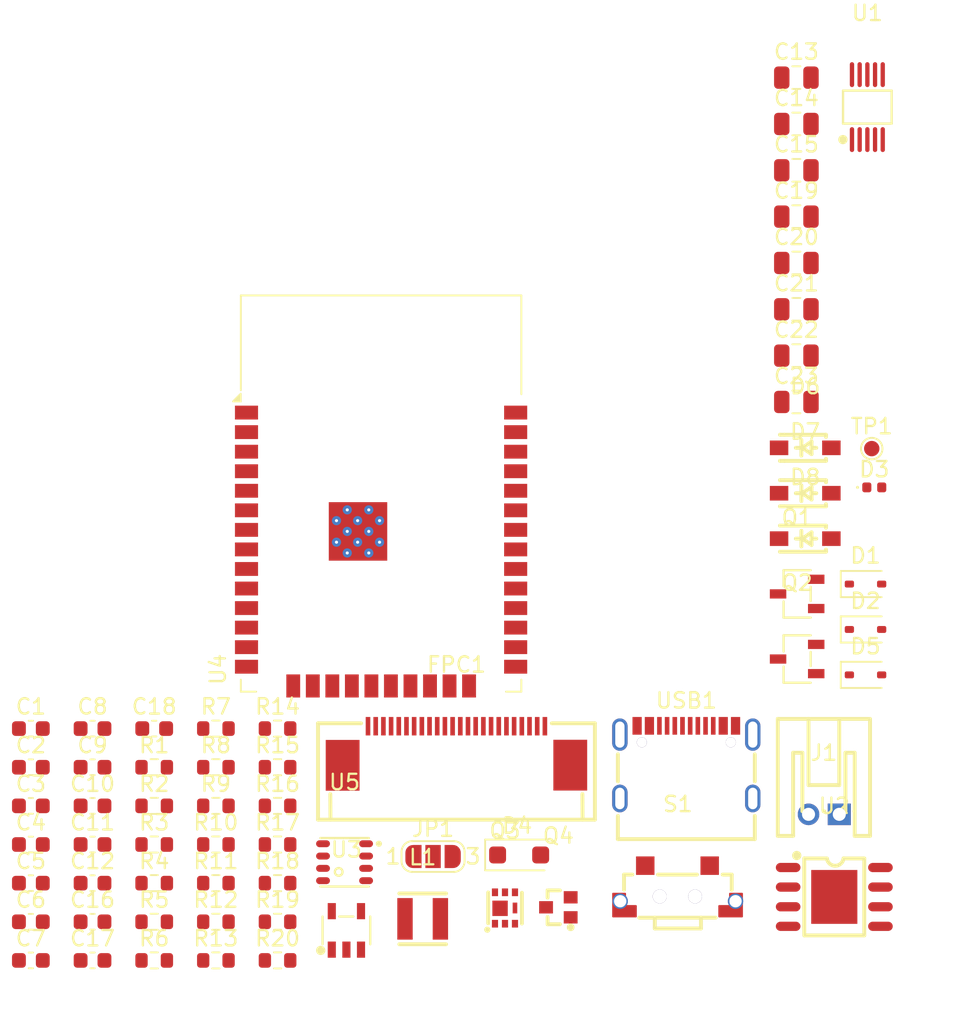
<source format=kicad_pcb>
(kicad_pcb (version 20241229) (generator "pcbnew") (generator_version "9.0")
  (layers (0 "F.Cu" signal) (2 "B.Cu" signal) (13 "F.Paste" user) (15 "B.Paste" user) (5 "F.SilkS" user "F.Silkscreen") (7 "B.SilkS" user "B.Silkscreen") (1 "F.Mask" user) (3 "B.Mask" user) (25 "Edge.Cuts" user))
  (net 0 "")
  (net 1 "v3")
  (net 2 "GND")
  (net 3 "VBUS")
  (net 4 "+BATT")
  (net 5 "Net-(D4-K)")
  (net 6 "+3.3V")
  (net 7 "/RST")
  (net 8 "/VCOM")
  (net 9 "/PREVGL")
  (net 10 "Net-(FPC1-VSL)")
  (net 11 "Net-(FPC1-VSH)")
  (net 12 "Net-(FPC1-VPP)")
  (net 13 "Net-(FPC1-VDD)")
  (net 14 "Net-(FPC1-VGH)")
  (net 15 "Net-(FPC1-VGL)")
  (net 16 "Net-(D6-C)")
  (net 17 "Net-(D8-A)")
  (net 18 "/PREVGH")
  (net 19 "Net-(D1-K)")
  (net 20 "/IO-0{slash}D5")
  (net 21 "Net-(D2-K)")
  (net 22 "Net-(D3-A)")
  (net 23 "Net-(D3-K)")
  (net 27 "/RESE")
  (net 28 "/SCLK")
  (net 29 "/SDI")
  (net 30 "/BUSY")
  (net 31 "/D{slash}C")
  (net 32 "/GDR")
  (net 33 "/RES")
  (net 34 "/BS")
  (net 35 "/CS")
  (net 36 "Net-(JP1-A)")
  (net 37 "Net-(JP1-B)")
  (net 38 "/~{RTS}")
  (net 39 "Net-(Q1-Pad1)")
  (net 40 "/~{DTR}")
  (net 41 "Net-(USB1-CC2)")
  (net 42 "Net-(USB1-CC1)")
  (net 43 "Net-(U1-TXD)")
  (net 44 "/D0(RX)")
  (net 45 "Net-(U2-PROG)")
  (net 46 "Net-(U3-EN)")
  (net 47 "/IO34{slash}A2")
  (net 48 "/SCL")
  (net 49 "/SDA")
  (net 50 "/D1(TX)")
  (net 52 "/D+")
  (net 53 "/D-")
  (footprint "Capacitor_SMD:C_0603_1608Metric" (layer "F.Cu") (at 44.865 87.254999)
    (property "Reference" "C1" (at 0 -1.43 0) (layer "F.SilkS"))
    (property "Value" "100n")
    (pad "1" smd roundrect (at -0.775 0) (size 0.9 0.95) (layers "F.Cu" "F.Mask" "F.Paste") (net 1 "v3"))
    (pad "2" smd roundrect (at 0.775 0) (size 0.9 0.95) (layers "F.Cu" "F.Mask" "F.Paste") (net 2 "GND"))
  )
  (footprint "0_local_lib:SOD-123_L2.7-W1.6-LS3.7-RD-1" (layer "F.Cu") (at 95.21 71.964999)
    (property "Reference" "D7" (at 0 -4 0) (layer "F.SilkS"))
    (property "Value" "MBR0530T1G")
    (pad "1" smd rect (at -1.7 0) (size 1.2 0.95) (layers "F.Cu" "F.Mask" "F.Paste") (net 2 "GND"))
    (pad "2" smd rect (at 1.7 0) (size 1.2 0.95) (layers "F.Cu" "F.Mask" "F.Paste") (net 16 "Net-(D6-C)"))
  )
  (footprint "Capacitor_SMD:C_0603_1608Metric" (layer "F.Cu") (at 44.865 102.314999)
    (property "Reference" "C7" (at 0 -1.43 0) (layer "F.SilkS"))
    (property "Value" "100n")
    (pad "1" smd roundrect (at -0.775 0) (size 0.9 0.95) (layers "F.Cu" "F.Mask" "F.Paste") (net 7 "/RST"))
    (pad "2" smd roundrect (at 0.775 0) (size 0.9 0.95) (layers "F.Cu" "F.Mask" "F.Paste") (net 2 "GND"))
  )
  (footprint "0_local_lib:FPC-SMD_AFC07-S24ECA-00" (layer "F.Cu") (at 72.535 88.369999)
    (property "Reference" "FPC1" (at 0 -5.27 0) (layer "F.SilkS"))
    (property "Value" "AFC07-S24ECA-00")
    (pad "1" smd rect (at -5.75 -1.27 180) (size 0.3 1.2) (layers "F.Cu" "F.Mask" "F.Paste"))
    (pad "2" smd rect (at -5.25 -1.27 180) (size 0.3 1.2) (layers "F.Cu" "F.Mask" "F.Paste") (net 32 "/GDR"))
    (pad "3" smd rect (at -4.75 -1.27 180) (size 0.3 1.2) (layers "F.Cu" "F.Mask" "F.Paste") (net 27 "/RESE"))
    (pad "4" smd rect (at -4.25 -1.27 180) (size 0.3 1.2) (layers "F.Cu" "F.Mask" "F.Paste") (net 15 "Net-(FPC1-VGL)"))
    (pad "5" smd rect (at -3.75 -1.27 180) (size 0.3 1.2) (layers "F.Cu" "F.Mask" "F.Paste") (net 14 "Net-(FPC1-VGH)"))
    (pad "6" smd rect (at -3.25 -1.27 180) (size 0.3 1.2) (layers "F.Cu" "F.Mask" "F.Paste"))
    (pad "7" smd rect (at -2.75 -1.27 180) (size 0.3 1.2) (layers "F.Cu" "F.Mask" "F.Paste"))
    (pad "8" smd rect (at -2.25 -1.27 180) (size 0.3 1.2) (layers "F.Cu" "F.Mask" "F.Paste") (net 34 "/BS"))
    (pad "9" smd rect (at -1.75 -1.27 180) (size 0.3 1.2) (layers "F.Cu" "F.Mask" "F.Paste") (net 30 "/BUSY"))
    (pad "10" smd rect (at -1.25 -1.27 180) (size 0.3 1.2) (layers "F.Cu" "F.Mask" "F.Paste") (net 33 "/RES"))
    (pad "11" smd rect (at -0.75 -1.27 180) (size 0.3 1.2) (layers "F.Cu" "F.Mask" "F.Paste") (net 31 "/D{slash}C"))
    (pad "12" smd rect (at -0.25 -1.27 180) (size 0.3 1.2) (layers "F.Cu" "F.Mask" "F.Paste") (net 35 "/CS"))
    (pad "13" smd rect (at 0.25 -1.27 180) (size 0.3 1.2) (layers "F.Cu" "F.Mask" "F.Paste") (net 28 "/SCLK"))
    (pad "14" smd rect (at 0.75 -1.27 180) (size 0.3 1.2) (layers "F.Cu" "F.Mask" "F.Paste") (net 29 "/SDI"))
    (pad "15" smd rect (at 1.25 -1.27 180) (size 0.3 1.2) (layers "F.Cu" "F.Mask" "F.Paste") (net 6 "+3.3V"))
    (pad "16" smd rect (at 1.75 -1.27 180) (size 0.3 1.2) (layers "F.Cu" "F.Mask" "F.Paste") (net 6 "+3.3V"))
    (pad "17" smd rect (at 2.25 -1.27 180) (size 0.3 1.2) (layers "F.Cu" "F.Mask" "F.Paste") (net 2 "GND"))
    (pad "18" smd rect (at 2.75 -1.27 180) (size 0.3 1.2) (layers "F.Cu" "F.Mask" "F.Paste") (net 13 "Net-(FPC1-VDD)"))
    (pad "19" smd rect (at 3.25 -1.27 180) (size 0.3 1.2) (layers "F.Cu" "F.Mask" "F.Paste") (net 12 "Net-(FPC1-VPP)"))
    (pad "20" smd rect (at 3.75 -1.27 180) (size 0.3 1.2) (layers "F.Cu" "F.Mask" "F.Paste") (net 11 "Net-(FPC1-VSH)"))
    (pad "21" smd rect (at 4.25 -1.27 180) (size 0.3 1.2) (layers "F.Cu" "F.Mask" "F.Paste") (net 18 "/PREVGH"))
    (pad "22" smd rect (at 4.75 -1.27 180) (size 0.3 1.2) (layers "F.Cu" "F.Mask" "F.Paste") (net 10 "Net-(FPC1-VSL)"))
    (pad "23" smd rect (at 5.25 -1.27 180) (size 0.3 1.2) (layers "F.Cu" "F.Mask" "F.Paste") (net 9 "/PREVGL"))
    (pad "24" smd rect (at 5.75 -1.27 180) (size 0.3 1.2) (layers "F.Cu" "F.Mask" "F.Paste") (net 8 "/VCOM"))
    (pad "25" smd rect (at -7.4 1.27) (size 2.2 3.3) (layers "F.Cu" "F.Mask" "F.Paste") (net 2 "GND"))
    (pad "26" smd rect (at 7.4 1.26 180) (size 2.2 3.3) (layers "F.Cu" "F.Mask" "F.Paste") (net 2 "GND"))
  )
  (footprint "Capacitor_SMD:C_0805_2012Metric" (layer "F.Cu") (at 94.635 47.974999)
    (property "Reference" "C14" (at 0 -1.68 0) (layer "F.SilkS"))
    (property "Value" "4.7u")
    (pad "1" smd roundrect (at -0.95 0) (size 1 1.45) (layers "F.Cu" "F.Mask" "F.Paste") (net 10 "Net-(FPC1-VSL)"))
    (pad "2" smd roundrect (at 0.95 0) (size 1 1.45) (layers "F.Cu" "F.Mask" "F.Paste") (net 2 "GND"))
  )
  (footprint "0_local_lib:CONN-TH_S2B-PH-K-S-LF-SN" (layer "F.Cu") (at 96.425 92.824999)
    (property "Reference" "J1" (at 0 -4 0) (layer "F.SilkS"))
    (property "Value" "S2B-PH-K-S(LF)(SN)")
    (pad "1" thru_hole rect (at 1 0) (size 1.5 1.4) (drill 0.849986) (layers "*.Cu" "*.Mask") (net 4 "+BATT"))
    (pad "2" thru_hole circle (at -1 0) (size 1.4 1.4) (drill 0.849986) (layers "*.Cu" "*.Mask") (net 2 "GND"))
  )
  (footprint "Resistor_SMD:R_0603_1608Metric" (layer "F.Cu") (at 56.895 97.294999)
    (property "Reference" "R11" (at 0 -1.43 0) (layer "F.SilkS"))
    (property "Value" "1M")
    (pad "1" smd roundrect (at -0.825 0) (size 0.8 0.95) (layers "F.Cu" "F.Mask" "F.Paste") (net 47 "/IO34{slash}A2"))
    (pad "2" smd roundrect (at 0.825 0) (size 0.8 0.95) (layers "F.Cu" "F.Mask" "F.Paste") (net 4 "+BATT"))
  )
  (footprint "0_local_lib:SOD-123_L2.7-W1.6-LS3.7-RD-1" (layer "F.Cu") (at 95.21 74.914999)
    (property "Reference" "D8" (at 0 -4 0) (layer "F.SilkS"))
    (property "Value" "MBR0530T1G")
    (pad "1" smd rect (at -1.7 0) (size 1.2 0.95) (layers "F.Cu" "F.Mask" "F.Paste") (net 18 "/PREVGH"))
    (pad "2" smd rect (at 1.7 0) (size 1.2 0.95) (layers "F.Cu" "F.Mask" "F.Paste") (net 17 "Net-(D8-A)"))
  )
  (footprint "0_local_lib:LGA-8_L3.0-W3.0-P0.80-TR" (layer "F.Cu") (at 65.26 95.934999)
    (property "Reference" "U5" (at 0 -5.2 0) (layer "F.SilkS"))
    (property "Value" "BME680")
    (pad "1" smd oval (at -1.4 -0.4 270) (size 0.45 0.9) (layers "F.Cu" "F.Mask" "F.Paste") (net 2 "GND"))
    (pad "1" smd oval (at 1.4 -1.2 270) (size 0.45 0.9) (layers "F.Cu" "F.Mask" "F.Paste") (net 2 "GND"))
    (pad "2" smd oval (at 1.4 -0.4 270) (size 0.45 0.9) (layers "F.Cu" "F.Mask" "F.Paste") (net 6 "+3.3V"))
    (pad "3" smd oval (at 1.4 0.4 270) (size 0.45 0.9) (layers "F.Cu" "F.Mask" "F.Paste") (net 49 "/SDA"))
    (pad "4" smd oval (at 1.4 1.2 270) (size 0.45 0.9) (layers "F.Cu" "F.Mask" "F.Paste") (net 48 "/SCL"))
    (pad "5" smd oval (at -1.4 1.2 270) (size 0.45 0.9) (layers "F.Cu" "F.Mask" "F.Paste") (net 2 "GND"))
    (pad "6" smd oval (at -1.4 0.4 270) (size 0.45 0.9) (layers "F.Cu" "F.Mask" "F.Paste") (net 6 "+3.3V"))
    (pad "8" smd oval (at -1.4 -1.2 270) (size 0.45 0.9) (layers "F.Cu" "F.Mask" "F.Paste") (net 6 "+3.3V"))
  )
  (footprint "Capacitor_SMD:C_0603_1608Metric" (layer "F.Cu") (at 48.875 102.314999)
    (property "Reference" "C17" (at 0 -1.43 0) (layer "F.SilkS"))
    (property "Value" "1u")
    (pad "1" smd roundrect (at -0.775 0) (size 0.9 0.95) (layers "F.Cu" "F.Mask" "F.Paste") (net 13 "Net-(FPC1-VDD)"))
    (pad "2" smd roundrect (at 0.775 0) (size 0.9 0.95) (layers "F.Cu" "F.Mask" "F.Paste") (net 2 "GND"))
  )
  (footprint "Capacitor_SMD:C_0603_1608Metric" (layer "F.Cu") (at 48.875 89.764999)
    (property "Reference" "C9" (at 0 -1.43 0) (layer "F.SilkS"))
    (property "Value" "100n")
    (pad "1" smd roundrect (at -0.775 0) (size 0.9 0.95) (layers "F.Cu" "F.Mask" "F.Paste") (net 2 "GND"))
    (pad "2" smd roundrect (at 0.775 0) (size 0.9 0.95) (layers "F.Cu" "F.Mask" "F.Paste") (net 6 "+3.3V"))
  )
  (footprint "Capacitor_SMD:C_0805_2012Metric" (layer "F.Cu") (at 94.635 44.964999)
    (property "Reference" "C13" (at 0 -1.68 0) (layer "F.SilkS"))
    (property "Value" "4.7u")
    (pad "1" smd roundrect (at -0.95 0) (size 1 1.45) (layers "F.Cu" "F.Mask" "F.Paste") (net 9 "/PREVGL"))
    (pad "2" smd roundrect (at 0.95 0) (size 1 1.45) (layers "F.Cu" "F.Mask" "F.Paste") (net 2 "GND"))
  )
  (footprint "Resistor_SMD:R_0603_1608Metric" (layer "F.Cu") (at 60.905 92.274999)
    (property "Reference" "R16" (at 0 -1.43 0) (layer "F.SilkS"))
    (property "Value" "3Ω")
    (pad "1" smd roundrect (at -0.825 0) (size 0.8 0.95) (layers "F.Cu" "F.Mask" "F.Paste") (net 2 "GND"))
    (pad "2" smd roundrect (at 0.825 0) (size 0.8 0.95) (layers "F.Cu" "F.Mask" "F.Paste") (net 34 "/BS"))
  )
  (footprint "Capacitor_SMD:C_0603_1608Metric" (layer "F.Cu") (at 44.865 92.274999)
    (property "Reference" "C3" (at 0 -1.43 0) (layer "F.SilkS"))
    (property "Value" "10u")
    (pad "1" smd roundrect (at -0.775 0) (size 0.9 0.95) (layers "F.Cu" "F.Mask" "F.Paste") (net 2 "GND"))
    (pad "2" smd roundrect (at 0.775 0) (size 0.9 0.95) (layers "F.Cu" "F.Mask" "F.Paste") (net 3 "VBUS"))
  )
  (footprint "Capacitor_SMD:C_0805_2012Metric" (layer "F.Cu") (at 94.635 57.004999)
    (property "Reference" "C20" (at 0 -1.68 0) (layer "F.SilkS"))
    (property "Value" "4.7u")
    (pad "1" smd roundrect (at -0.95 0) (size 1 1.45) (layers "F.Cu" "F.Mask" "F.Paste") (net 15 "Net-(FPC1-VGL)"))
    (pad "2" smd roundrect (at 0.95 0) (size 1 1.45) (layers "F.Cu" "F.Mask" "F.Paste") (net 2 "GND"))
  )
  (footprint "Capacitor_SMD:C_0805_2012Metric" (layer "F.Cu") (at 94.635 66.034999)
    (property "Reference" "C23" (at 0 -1.68 0) (layer "F.SilkS"))
    (property "Value" "4.7u")
    (pad "1" smd roundrect (at -0.95 0) (size 1 1.45) (layers "F.Cu" "F.Mask" "F.Paste") (net 2 "GND"))
    (pad "2" smd roundrect (at 0.95 0) (size 1 1.45) (layers "F.Cu" "F.Mask" "F.Paste") (net 6 "+3.3V"))
  )
  (footprint "0_local_lib:SW-SMD_YIYUAN_YTS1C003XXX" (layer "F.Cu") (at 86.93 97.439999)
    (property "Reference" "S1" (at 0 -5.28 0) (layer "F.SilkS"))
    (property "Value" "YTS1C0033BBG01")
    (pad "" thru_hole circle (at -1.18 0.72) (size 0.9 0.9) (drill 0.9) (layers "*.Cu" "*.Mask"))
    (pad "" thru_hole circle (at 1.12 0.72) (size 0.9 0.9) (drill 0.9) (layers "*.Cu" "*.Mask"))
    (pad "1" smd rect (at -2.12 -1.28 180) (size 1.2 1.2) (layers "F.Cu" "F.Mask" "F.Paste") (net 7 "/RST"))
    (pad "2" smd rect (at 2.07 -1.28 180) (size 1.2 1.2) (layers "F.Cu" "F.Mask" "F.Paste") (net 2 "GND"))
    (pad "3" thru_hole circle (at -3.75 1.03 180) (size 1 1) (drill 0.799998) (layers "*.Cu" "*.Mask") (net 2 "GND"))
    (pad "3" smd custom (at -3.47 1.28) (size 0.01 0.01) (layers "F.Cu" "F.Mask" "F.Paste") (net 2 "GND") (options (clearance outline) (anchor circle)) (primitives (gr_poly (pts (xy -0.75 0.75) (xy -0.75 -0.75) (xy 0.05 -0.75) (xy 0.05 0.05) (xy 0.75 0.05) (xy 0.75 0.75) (xy 0.05 0.75) (xy -0.75 0.75)) (width 0.1) (fill yes))))
    (pad "3" smd custom (at 3.43 1.28) (size 0.01 0.01) (layers "F.Cu" "F.Mask" "F.Paste") (net 2 "GND") (options (clearance outline) (anchor circle)) (primitives (gr_poly (pts (xy 0.75 0.75) (xy 0.75 -0.75) (xy -0.05 -0.75) (xy -0.05 0.05) (xy -0.75 0.05) (xy -0.75 0.75) (xy -0.05 0.75) (xy 0.75 0.75)) (width 0.1) (fill yes))))
    (pad "3" thru_hole circle (at 3.75 1.03 180) (size 1 1) (drill 0.799998) (layers "*.Cu" "*.Mask") (net 2 "GND"))
  )
  (footprint "0_local_lib:SOT-23-5_L3.0-W1.5-P0.95-LS2.8-BL" (layer "F.Cu") (at 65.38 100.364999)
    (property "Reference" "U3" (at 0 -5.25 0) (layer "F.SilkS"))
    (property "Value" "RT9080-33GJ5")
    (pad "1" smd rect (at -0.95 1.25) (size 0.53 1.05) (layers "F.Cu" "F.Mask" "F.Paste") (net 5 "Net-(D4-K)"))
    (pad "2" smd rect (at 0 1.25) (size 0.53 1.05) (layers "F.Cu" "F.Mask" "F.Paste") (net 2 "GND"))
    (pad "3" smd rect (at 0.95 1.25) (size 0.53 1.05) (layers "F.Cu" "F.Mask" "F.Paste") (net 46 "Net-(U3-EN)"))
    (pad "4" smd rect (at 0.95 -1.25) (size 0.53 1.05) (layers "F.Cu" "F.Mask" "F.Paste"))
    (pad "5" smd rect (at -0.95 -1.25) (size 0.53 1.05) (layers "F.Cu" "F.Mask" "F.Paste") (net 6 "+3.3V"))
  )
  (footprint "RF_Module:ESP32-WROOM-32D" (layer "F.Cu") (at 67.635 74.974999)
    (property "Reference" "U4" (at -10.61 8.43 90) (layer "F.SilkS"))
    (property "Value" "ESP32-WROOM-32E")
    (pad "1" smd rect (at -8.75 -8.25) (size 1.5 0.9) (layers "F.Cu" "F.Mask" "F.Paste") (net 2 "GND"))
    (pad "2" smd rect (at -8.75 -6.98) (size 1.5 0.9) (layers "F.Cu" "F.Mask" "F.Paste") (net 6 "+3.3V"))
    (pad "3" smd rect (at -8.75 -5.71) (size 1.5 0.9) (layers "F.Cu" "F.Mask" "F.Paste") (net 7 "/RST"))
    (pad "4" smd rect (at -8.75 -4.44) (size 1.5 0.9) (layers "F.Cu" "F.Mask" "F.Paste"))
    (pad "5" smd rect (at -8.75 -3.17) (size 1.5 0.9) (layers "F.Cu" "F.Mask" "F.Paste"))
    (pad "6" smd rect (at -8.75 -1.9) (size 1.5 0.9) (layers "F.Cu" "F.Mask" "F.Paste") (net 47 "/IO34{slash}A2"))
    (pad "7" smd rect (at -8.75 -0.63) (size 1.5 0.9) (layers "F.Cu" "F.Mask" "F.Paste"))
    (pad "8" smd rect (at -8.75 0.64) (size 1.5 0.9) (layers "F.Cu" "F.Mask" "F.Paste"))
    (pad "9" smd rect (at -8.75 1.91) (size 1.5 0.9) (layers "F.Cu" "F.Mask" "F.Paste"))
    (pad "10" smd rect (at -8.75 3.18) (size 1.5 0.9) (layers "F.Cu" "F.Mask" "F.Paste"))
    (pad "11" smd rect (at -8.75 4.45) (size 1.5 0.9) (layers "F.Cu" "F.Mask" "F.Paste"))
    (pad "12" smd rect (at -8.75 5.72) (size 1.5 0.9) (layers "F.Cu" "F.Mask" "F.Paste"))
    (pad "13" smd rect (at -8.75 6.99) (size 1.5 0.9) (layers "F.Cu" "F.Mask" "F.Paste") (net 30 "/BUSY"))
    (pad "14" smd rect (at -8.75 8.26) (size 1.5 0.9) (layers "F.Cu" "F.Mask" "F.Paste"))
    (pad "15" smd rect (at -5.71 9.51 90) (size 1.5 0.9) (layers "F.Cu" "F.Mask" "F.Paste") (net 2 "GND"))
    (pad "16" smd rect (at -4.44 9.51 90) (size 1.5 0.9) (layers "F.Cu" "F.Mask" "F.Paste") (net 35 "/CS"))
    (pad "17" smd rect (at -3.17 9.51 90) (size 1.5 0.9) (layers "F.Cu" "F.Mask" "F.Paste"))
    (pad "18" smd rect (at -1.9 9.51 90) (size 1.5 0.9) (layers "F.Cu" "F.Mask" "F.Paste"))
    (pad "19" smd rect (at -0.63 9.51 90) (size 1.5 0.9) (layers "F.Cu" "F.Mask" "F.Paste"))
    (pad "20" smd rect (at 0.64 9.51 90) (size 1.5 0.9) (layers "F.Cu" "F.Mask" "F.Paste"))
    (pad "21" smd rect (at 1.91 9.51 90) (size 1.5 0.9) (layers "F.Cu" "F.Mask" "F.Paste"))
    (pad "22" smd rect (at 3.18 9.51 90) (size 1.5 0.9) (layers "F.Cu" "F.Mask" "F.Paste"))
    (pad "23" smd rect (at 4.45 9.51 90) (size 1.5 0.9) (layers "F.Cu" "F.Mask" "F.Paste"))
    (pad "24" smd rect (at 5.72 9.51 90) (size 1.5 0.9) (layers "F.Cu" "F.Mask" "F.Paste"))
    (pad "25" smd rect (at 8.75 8.26) (size 1.5 0.9) (layers "F.Cu" "F.Mask" "F.Paste"))
    (pad "26" smd rect (at 8.75 6.99) (size 1.5 0.9) (layers "F.Cu" "F.Mask" "F.Paste"))
    (pad "27" smd rect (at 8.75 5.72) (size 1.5 0.9) (layers "F.Cu" "F.Mask" "F.Paste") (net 48 "/SCL"))
    (pad "28" smd rect (at 8.75 4.45) (size 1.5 0.9) (layers "F.Cu" "F.Mask" "F.Paste") (net 49 "/SDA"))
    (pad "29" smd rect (at 8.75 3.18) (size 1.5 0.9) (layers "F.Cu" "F.Mask" "F.Paste"))
    (pad "30" smd rect (at 8.75 1.91) (size 1.5 0.9) (layers "F.Cu" "F.Mask" "F.Paste") (net 28 "/SCLK"))
    (pad "31" smd rect (at 8.75 0.64) (size 1.5 0.9) (layers "F.Cu" "F.Mask" "F.Paste"))
    (pad "32" smd rect (at 8.75 -0.63) (size 1.5 0.9) (layers "F.Cu" "F.Mask" "F.Paste"))
    (pad "33" smd rect (at 8.75 -1.9) (size 1.5 0.9) (layers "F.Cu" "F.Mask" "F.Paste") (net 33 "/RES"))
    (pad "34" smd rect (at 8.75 -3.17) (size 1.5 0.9) (layers "F.Cu" "F.Mask" "F.Paste"))
    (pad "35" smd rect (at 8.75 -4.44) (size 1.5 0.9) (layers "F.Cu" "F.Mask" "F.Paste"))
    (pad "36" smd rect (at 8.75 -5.71) (size 1.5 0.9) (layers "F.Cu" "F.Mask" "F.Paste") (net 31 "/D{slash}C"))
    (pad "37" smd rect (at 8.75 -6.98) (size 1.5 0.9) (layers "F.Cu" "F.Mask" "F.Paste") (net 29 "/SDI"))
    (pad "38" smd rect (at 8.75 -8.25) (size 1.5 0.9) (layers "F.Cu" "F.Mask" "F.Paste") (net 2 "GND"))
    (pad "39" smd rect (at -2.9 -1.93) (size 0.9 0.9) (layers "F.Cu" "F.Paste") (net 2 "GND"))
    (pad "39" thru_hole circle (at -2.9 -1.23) (size 0.6 0.6) (drill 0.2) (property pad_prop_heatsink) (layers "*.Cu" "F.Mask") (net 2 "GND"))
    (pad "39" smd rect (at -2.9 -0.53) (size 0.9 0.9) (layers "F.Cu" "F.Paste") (net 2 "GND"))
    (pad "39" thru_hole circle (at -2.9 0.17) (size 0.6 0.6) (drill 0.2) (property pad_prop_heatsink) (layers "*.Cu" "F.Mask") (net 2 "GND"))
    (pad "39" smd rect (at -2.9 0.87) (size 0.9 0.9) (layers "F.Cu" "F.Paste") (net 2 "GND"))
    (pad "39" thru_hole circle (at -2.2 -1.93) (size 0.6 0.6) (drill 0.2) (property pad_prop_heatsink) (layers "*.Cu" "F.Mask") (net 2 "GND"))
    (pad "39" thru_hole circle (at -2.2 -0.53) (size 0.6 0.6) (drill 0.2) (property pad_prop_heatsink) (layers "*.Cu" "F.Mask") (net 2 "GND"))
    (pad "39" thru_hole circle (at -2.2 0.87) (size 0.6 0.6) (drill 0.2) (property pad_prop_heatsink) (layers "*.Cu" "F.Mask") (net 2 "GND"))
    (pad "39" thru_hole circle (at -1.525 -1.23) (size 0.6 0.6) (drill 0.2) (property pad_prop_heatsink) (layers "*.Cu" "F.Mask") (net 2 "GND"))
    (pad "39" thru_hole circle (at -1.525 0.17) (size 0.6 0.6) (drill 0.2) (property pad_prop_heatsink) (layers "*.Cu" "F.Mask") (net 2 "GND"))
    (pad "39" smd rect (at -1.5 -1.93) (size 0.9 0.9) (layers "F.Cu" "F.Paste") (net 2 "GND"))
    (pad "39" smd rect (at -1.5 -0.53) (size 0.9 0.9) (layers "F.Cu" "F.Paste") (net 2 "GND"))
    (pad "39" smd rect (at -1.5 -0.53) (size 3.8 3.8) (property pad_prop_heatsink) (layers "F.Cu" "F.Mask") (net 2 "GND"))
    (pad "39" smd rect (at -1.5 0.87) (size 0.9 0.9) (layers "F.Cu" "F.Paste") (net 2 "GND"))
    (pad "39" thru_hole circle (at -0.8 -1.93) (size 0.6 0.6) (drill 0.2) (property pad_prop_heatsink) (layers "*.Cu" "F.Mask") (net 2 "GND"))
    (pad "39" thru_hole circle (at -0.8 -0.53) (size 0.6 0.6) (drill 0.2) (property pad_prop_heatsink) (layers "*.Cu" "F.Mask") (net 2 "GND"))
    (pad "39" thru_hole circle (at -0.8 0.87) (size 0.6 0.6) (drill 0.2) (property pad_prop_heatsink) (layers "*.Cu" "F.Mask") (net 2 "GND"))
    (pad "39" smd rect (at -0.1 -1.93) (size 0.9 0.9) (layers "F.Cu" "F.Paste") (net 2 "GND"))
    (pad "39" thru_hole circle (at -0.1 -1.23) (size 0.6 0.6) (drill 0.2) (property pad_prop_heatsink) (layers "*.Cu" "F.Mask") (net 2 "GND"))
    (pad "39" smd rect (at -0.1 -0.53) (size 0.9 0.9) (layers "F.Cu" "F.Paste") (net 2 "GND"))
    (pad "39" thru_hole circle (at -0.1 0.17) (size 0.6 0.6) (drill 0.2) (property pad_prop_heatsink) (layers "*.Cu" "F.Mask") (net 2 "GND"))
    (pad "39" smd rect (at -0.1 0.87) (size 0.9 0.9) (layers "F.Cu" "F.Paste") (net 2 "GND"))
  )
  (footprint "Resistor_SMD:R_0603_1608Metric" (layer "F.Cu") (at 52.885 97.294999)
    (property "Reference" "R4" (at 0 -1.43 0) (layer "F.SilkS"))
    (property "Value" "2.2k")
    (pad "1" smd roundrect (at -0.825 0) (size 0.8 0.95) (layers "F.Cu" "F.Mask" "F.Paste") (net 1 "v3"))
    (pad "2" smd roundrect (at 0.825 0) (size 0.8 0.95) (layers "F.Cu" "F.Mask" "F.Paste") (net 43 "Net-(U1-TXD)"))
  )
  (footprint "Resistor_SMD:R_0603_1608Metric" (layer "F.Cu") (at 52.885 89.764999)
    (property "Reference" "R1" (at 0 -1.43 0) (layer "F.SilkS"))
    (property "Value" "5.1k")
    (pad "1" smd roundrect (at -0.825 0) (size 0.8 0.95) (layers "F.Cu" "F.Mask" "F.Paste") (net 2 "GND"))
    (pad "2" smd roundrect (at 0.825 0) (size 0.8 0.95) (layers "F.Cu" "F.Mask" "F.Paste") (net 41 "Net-(USB1-CC2)"))
  )
  (footprint "Diode_SMD:D_SOD-323" (layer "F.Cu") (at 99.13 77.864999)
    (property "Reference" "D1" (at 0 -1.85 0) (layer "F.SilkS"))
    (property "Value" "1N4148")
    (pad "1" smd roundrect (at -1.05 0) (size 0.6 0.45) (layers "F.Cu" "F.Mask" "F.Paste") (net 19 "Net-(D1-K)"))
    (pad "2" smd roundrect (at 1.05 0) (size 0.6 0.45) (layers "F.Cu" "F.Mask" "F.Paste") (net 7 "/RST"))
  )
  (footprint "Capacitor_SMD:C_0805_2012Metric" (layer "F.Cu") (at 94.635 63.024999)
    (property "Reference" "C22" (at 0 -1.68 0) (layer "F.SilkS"))
    (property "Value" "4.7u")
    (pad "1" smd roundrect (at -0.95 0) (size 1 1.45) (layers "F.Cu" "F.Mask" "F.Paste") (net 2 "GND"))
    (pad "2" smd roundrect (at 0.95 0) (size 1 1.45) (layers "F.Cu" "F.Mask" "F.Paste") (net 18 "/PREVGH"))
  )
  (footprint "0_local_lib:USB-C-SMD_TYPE-C16PIN" (layer "F.Cu") (at 87.48 89.434999)
    (property "Reference" "USB1" (at 0 -4 0) (layer "F.SilkS"))
    (property "Value" "TYPE-C16PIN")
    (pad "" thru_hole circle (at -2.89 -1.29) (size 0.65 0.65) (drill 0.65) (layers "*.Cu" "*.Mask"))
    (pad "" thru_hole circle (at 2.89 -1.29) (size 0.65 0.65) (drill 0.65) (layers "*.Cu" "*.Mask"))
    (pad "1" thru_hole oval (at -4.32 -1.79) (size 1 2.1) (drill oval 0.599999 1.700022) (layers "*.Cu" "*.Mask"))
    (pad "2" thru_hole oval (at 4.32 -1.79) (size 1 2.1) (drill oval 0.599999 1.700022) (layers "*.Cu" "*.Mask"))
    (pad "3" thru_hole oval (at -4.32 2.36) (size 1 1.8) (drill oval 0.599999 1.399997) (layers "*.Cu" "*.Mask"))
    (pad "4" thru_hole oval (at 4.32 2.36) (size 1 1.8) (drill oval 0.599999 1.399997) (layers "*.Cu" "*.Mask"))
    (pad "A1" smd rect (at -3.2 -2.36) (size 0.6 1.15) (layers "F.Cu" "F.Mask" "F.Paste") (net 2 "GND"))
    (pad "A4" smd rect (at -2.4 -2.36) (size 0.6 1.15) (layers "F.Cu" "F.Mask" "F.Paste") (net 3 "VBUS"))
    (pad "A5" smd rect (at -1.25 -2.36) (size 0.3 1.15) (layers "F.Cu" "F.Mask" "F.Paste") (net 42 "Net-(USB1-CC1)"))
    (pad "A6" smd rect (at -0.25 -2.36) (size 0.3 1.15) (layers "F.Cu" "F.Mask" "F.Paste") (net 52 "/D+"))
    (pad "A7" smd rect (at 0.25 -2.36) (size 0.3 1.15) (layers "F.Cu" "F.Mask" "F.Paste") (net 53 "/D-"))
    (pad "A8" smd rect (at 1.25 -2.36) (size 0.3 1.15) (layers "F.Cu" "F.Mask" "F.Paste"))
    (pad "B1" smd rect (at 3.2 -2.36) (size 0.6 1.15) (layers "F.Cu" "F.Mask" "F.Paste") (net 2 "GND"))
    (pad "B4" smd rect (at 2.4 -2.36) (size 0.6 1.15) (layers "F.Cu" "F.Mask" "F.Paste") (net 3 "VBUS"))
    (pad "B5" smd rect (at 1.75 -2.36) (size 0.3 1.15) (layers "F.Cu" "F.Mask" "F.Paste") (net 41 "Net-(USB1-CC2)"))
    (pad "B6" smd rect (at 0.75 -2.36) (size 0.3 1.15) (layers "F.Cu" "F.Mask" "F.Paste") (net 52 "/D+"))
    (pad "B7" smd rect (at -0.75 -2.36) (size 0.3 1.15) (layers "F.Cu" "F.Mask" "F.Paste") (net 53 "/D-"))
    (pad "B8" smd rect (at -1.75 -2.36) (size 0.3 1.15) (layers "F.Cu" "F.Mask" "F.Paste"))
  )
  (footprint "Resistor_SMD:R_0603_1608Metric" (layer "F.Cu") (at 56.895 92.274999)
    (property "Reference" "R9" (at 0 -1.43 0) (layer "F.SilkS"))
    (property "Value" "200k")
    (pad "1" smd roundrect (at -0.825 0) (size 0.8 0.95) (layers "F.Cu" "F.Mask" "F.Paste") (net 46 "Net-(U3-EN)"))
    (pad "2" smd roundrect (at 0.825 0) (size 0.8 0.95) (layers "F.Cu" "F.Mask" "F.Paste") (net 5 "Net-(D4-K)"))
  )
  (footprint "Resistor_SMD:R_0603_1608Metric" (layer "F.Cu") (at 56.895 89.764999)
    (property "Reference" "R8" (at 0 -1.43 0) (layer "F.SilkS"))
    (property "Value" "10k")
    (pad "1" smd roundrect (at -0.825 0) (size 0.8 0.95) (layers "F.Cu" "F.Mask" "F.Paste") (net 2 "GND"))
    (pad "2" smd roundrect (at 0.825 0) (size 0.8 0.95) (layers "F.Cu" "F.Mask" "F.Paste") (net 3 "VBUS"))
  )
  (footprint "Capacitor_SMD:C_0603_1608Metric" (layer "F.Cu") (at 44.865 94.784999)
    (property "Reference" "C4" (at 0 -1.43 0) (layer "F.SilkS"))
    (property "Value" "10u")
    (pad "1" smd roundrect (at -0.775 0) (size 0.9 0.95) (layers "F.Cu" "F.Mask" "F.Paste") (net 2 "GND"))
    (pad "2" smd roundrect (at 0.775 0) (size 0.9 0.95) (layers "F.Cu" "F.Mask" "F.Paste") (net 4 "+BATT"))
  )
  (footprint "Capacitor_SMD:C_0805_2012Metric" (layer "F.Cu") (at 94.635 50.984999)
    (property "Reference" "C15" (at 0 -1.68 0) (layer "F.SilkS"))
    (property "Value" "4.7u")
    (pad "1" smd roundrect (at -0.95 0) (size 1 1.45) (layers "F.Cu" "F.Mask" "F.Paste") (net 11 "Net-(FPC1-VSH)"))
    (pad "2" smd roundrect (at 0.95 0) (size 1 1.45) (layers "F.Cu" "F.Mask" "F.Paste") (net 2 "GND"))
  )
  (footprint "Resistor_SMD:R_0603_1608Metric" (layer "F.Cu") (at 60.905 102.314999)
    (property "Reference" "R20" (at 0 -1.43 0) (layer "F.SilkS"))
    (property "Value" "0.47Ω")
    (pad "1" smd roundrect (at -0.825 0) (size 0.8 0.95) (layers "F.Cu" "F.Mask" "F.Paste") (net 36 "Net-(JP1-A)"))
    (pad "2" smd roundrect (at 0.825 0) (size 0.8 0.95) (layers "F.Cu" "F.Mask" "F.Paste") (net 2 "GND"))
  )
  (footprint "Capacitor_SMD:C_0603_1608Metric" (layer "F.Cu") (at 48.875 87.254999)
    (property "Reference" "C8" (at 0 -1.43 0) (layer "F.SilkS"))
    (property "Value" "22u")
    (pad "1" smd roundrect (at -0.775 0) (size 0.9 0.95) (layers "F.Cu" "F.Mask" "F.Paste") (net 2 "GND"))
    (pad "2" smd roundrect (at 0.775 0) (size 0.9 0.95) (layers "F.Cu" "F.Mask" "F.Paste") (net 6 "+3.3V"))
  )
  (footprint "Capacitor_SMD:C_0603_1608Metric" (layer "F.Cu") (at 48.875 94.784999)
    (property "Reference" "C11" (at 0 -1.43 0) (layer "F.SilkS"))
    (property "Value" "100n")
    (pad "1" smd roundrect (at -0.775 0) (size 0.9 0.95) (layers "F.Cu" "F.Mask" "F.Paste") (net 2 "GND"))
    (pad "2" smd roundrect (at 0.775 0) (size 0.9 0.95) (layers "F.Cu" "F.Mask" "F.Paste") (net 6 "+3.3V"))
  )
  (footprint "Capacitor_SMD:C_0603_1608Metric" (layer "F.Cu") (at 52.885 87.254999)
    (property "Reference" "C18" (at 0 -1.43 0) (layer "F.SilkS"))
    (property "Value" "1u")
    (pad "1" smd roundrect (at -0.775 0) (size 0.9 0.95) (layers "F.Cu" "F.Mask" "F.Paste") (net 6 "+3.3V"))
    (pad "2" smd roundrect (at 0.775 0) (size 0.9 0.95) (layers "F.Cu" "F.Mask" "F.Paste") (net 2 "GND"))
  )
  (footprint "0_local_lib:IND-SMD_L3.0-W3.0-1" (layer "F.Cu") (at 70.34 99.614999)
    (property "Reference" "L1" (at 0 -4 0) (layer "F.SilkS"))
    (property "Value" "CKCSA3010-10UH/M")
    (pad "1" smd rect (at -1.15 0 180) (size 1 2.7) (layers "F.Cu" "F.Mask" "F.Paste") (net 6 "+3.3V"))
    (pad "2" smd rect (at 1.15 0 180) (size 1 2.7) (layers "F.Cu" "F.Mask" "F.Paste") (net 17 "Net-(D8-A)"))
  )
  (footprint "Resistor_SMD:R_0603_1608Metric" (layer "F.Cu") (at 56.895 99.804999)
    (property "Reference" "R12" (at 0 -1.43 0) (layer "F.SilkS"))
    (property "Value" "1M")
    (pad "1" smd roundrect (at -0.825 0) (size 0.8 0.95) (layers "F.Cu" "F.Mask" "F.Paste") (net 2 "GND"))
    (pad "2" smd roundrect (at 0.825 0) (size 0.8 0.95) (layers "F.Cu" "F.Mask" "F.Paste") (net 47 "/IO34{slash}A2"))
  )
  (footprint "Resistor_SMD:R_0603_1608Metric" (layer "F.Cu") (at 52.885 94.784999)
    (property "Reference" "R3" (at 0 -1.43 0) (layer "F.SilkS"))
    (property "Value" "220")
    (pad "1" smd roundrect (at -0.825 0) (size 0.8 0.95) (layers "F.Cu" "F.Mask" "F.Paste") (net 43 "Net-(U1-TXD)"))
    (pad "2" smd roundrect (at 0.825 0) (size 0.8 0.95) (layers "F.Cu" "F.Mask" "F.Paste") (net 44 "/D0(RX)"))
  )
  (footprint "Capacitor_SMD:C_0603_1608Metric" (layer "F.Cu") (at 44.865 89.764999)
    (property "Reference" "C2" (at 0 -1.43 0) (layer "F.SilkS"))
    (property "Value" "100n")
    (pad "1" smd roundrect (at -0.775 0) (size 0.9 0.95) (layers "F.Cu" "F.Mask" "F.Paste") (net 3 "VBUS"))
    (pad "2" smd roundrect (at 0.775 0) (size 0.9 0.95) (layers "F.Cu" "F.Mask" "F.Paste") (net 2 "GND"))
  )
  (footprint "Capacitor_SMD:C_0805_2012Metric" (layer "F.Cu") (at 94.635 60.014999)
    (property "Reference" "C21" (at 0 -1.68 0) (layer "F.SilkS"))
    (property "Value" "4.7u")
    (pad "1" smd roundrect (at -0.95 0) (size 1 1.45) (layers "F.Cu" "F.Mask" "F.Paste") (net 17 "Net-(D8-A)"))
    (pad "2" smd roundrect (at 0.95 0) (size 1 1.45) (layers "F.Cu" "F.Mask" "F.Paste") (net 16 "Net-(D6-C)"))
  )
  (footprint "Capacitor_SMD:C_0603_1608Metric" (layer "F.Cu") (at 48.875 99.804999)
    (property "Reference" "C16" (at 0 -1.43 0) (layer "F.SilkS"))
    (property "Value" "1u")
    (pad "1" smd roundrect (at -0.775 0) (size 0.9 0.95) (layers "F.Cu" "F.Mask" "F.Paste") (net 12 "Net-(FPC1-VPP)"))
    (pad "2" smd roundrect (at 0.775 0) (size 0.9 0.95) (layers "F.Cu" "F.Mask" "F.Paste") (net 2 "GND"))
  )
  (footprint "0_local_lib:SOT-323_L2.0-W1.3-P1.30-LS2.1-BR" (layer "F.Cu") (at 79.16 98.864999)
    (property "Reference" "Q4" (at 0 -4.65 0) (layer "F.SilkS"))
    (property "Value" "SI1308EDL-T1-GE3")
    (pad "1" smd rect (at 0.8 0.65 90) (size 0.8 0.9) (layers "F.Cu" "F.Mask" "F.Paste") (net 32 "/GDR"))
    (pad "2" smd rect (at 0.8 -0.65 90) (size 0.8 0.9) (layers "F.Cu" "F.Mask" "F.Paste") (net 27 "/RESE"))
    (pad "3" smd rect (at -0.8 0 90) (size 0.8 0.9) (layers "F.Cu" "F.Mask" "F.Paste") (net 17 "Net-(D8-A)"))
  )
  (footprint "Resistor_SMD:R_0603_1608Metric" (layer "F.Cu") (at 52.885 102.314999)
    (property "Reference" "R6" (at 0 -1.43 0) (layer "F.SilkS"))
    (property "Value" "330")
    (pad "1" smd roundrect (at -0.825 0) (size 0.8 0.95) (layers "F.Cu" "F.Mask" "F.Paste") (net 22 "Net-(D3-A)"))
    (pad "2" smd roundrect (at 0.825 0) (size 0.8 0.95) (layers "F.Cu" "F.Mask" "F.Paste") (net 3 "VBUS"))
  )
  (footprint "Resistor_SMD:R_0603_1608Metric" (layer "F.Cu") (at 56.895 102.314999)
    (property "Reference" "R13" (at 0 -1.43 0) (layer "F.SilkS"))
    (property "Value" "100k")
    (pad "1" smd roundrect (at -0.825 0) (size 0.8 0.95) (layers "F.Cu" "F.Mask" "F.Paste") (net 6 "+3.3V"))
    (pad "2" smd roundrect (at 0.825 0) (size 0.8 0.95) (layers "F.Cu" "F.Mask" "F.Paste") (net 48 "/SCL"))
  )
  (footprint "0_local_lib:SOD-123_L2.7-W1.6-LS3.7-RD-1" (layer "F.Cu") (at 95.21 69.014999)
    (property "Reference" "D6" (at 0 -4 0) (layer "F.SilkS"))
    (property "Value" "MBR0530T1G")
    (pad "1" smd rect (at -1.7 0) (size 1.2 0.95) (layers "F.Cu" "F.Mask" "F.Paste") (net 16 "Net-(D6-C)"))
    (pad "2" smd rect (at 1.7 0) (size 1.2 0.95) (layers "F.Cu" "F.Mask" "F.Paste") (net 9 "/PREVGL"))
  )
  (footprint "0_local_lib:DFN-6L_L2.0-W2.0-P0.65-BL_BRCS300PXX" (layer "F.Cu") (at 75.69 98.909999)
    (property "Reference" "Q3" (at 0 -5.02 0) (layer "F.SilkS"))
    (property "Value" "BRCS150P02ZJ")
    (pad "1" smd rect (at -0.65 -1.02 180) (size 0.4 0.5) (layers "F.Cu" "F.Mask" "F.Paste") (net 4 "+BATT"))
    (pad "1" smd rect (at -0.65 1.02 180) (size 0.4 0.5) (layers "F.Cu" "F.Mask" "F.Paste") (net 4 "+BATT"))
    (pad "1" smd rect (at -0.32 0.02 180) (size 1 1) (layers "F.Cu" "F.Mask" "F.Paste") (net 4 "+BATT"))
    (pad "1" smd rect (at 0 -1.02 180) (size 0.4 0.5) (layers "F.Cu" "F.Mask" "F.Paste") (net 4 "+BATT"))
    (pad "1" smd rect (at 0 1.02 180) (size 0.4 0.5) (layers "F.Cu" "F.Mask" "F.Paste") (net 4 "+BATT"))
    (pad "2" smd rect (at 0.65 1.02 180) (size 0.4 0.5) (layers "F.Cu" "F.Mask" "F.Paste") (net 3 "VBUS"))
    (pad "3" smd rect (at 0.65 -1.02 180) (size 0.4 0.5) (layers "F.Cu" "F.Mask" "F.Paste") (net 5 "Net-(D4-K)"))
    (pad "3" smd rect (at 0.65 0 180) (size 0.3 0.7) (layers "F.Cu" "F.Mask" "F.Paste") (net 5 "Net-(D4-K)"))
  )
  (footprint "0_local_lib:SOT-23-3_L2.9-W1.6-P1.90-LS2.8-BR" (layer "F.Cu") (at 94.685 82.734999)
    (property "Reference" "Q2" (at 0 -4.95 0) (layer "F.SilkS"))
    (property "Value" "S8050")
    (pad "1" smd rect (at 1.24 0.95) (size 1.07 0.6) (layers "F.Cu" "F.Mask" "F.Paste") (net 38 "/~{RTS}"))
    (pad "2" smd rect (at 1.24 -0.95) (size 1.07 0.6) (layers "F.Cu" "F.Mask" "F.Paste") (net 40 "/~{DTR}"))
    (pad "3" smd rect (at -1.24 0) (size 1.07 0.6) (layers "F.Cu" "F.Mask" "F.Paste") (net 21 "Net-(D2-K)"))
  )
  (footprint "Diode_SMD:D_SOD-123F" (layer "F.Cu") (at 76.61 95.464999)
    (property "Reference" "D4" (at -0.127 -1.905 0) (layer "F.SilkS"))
    (property "Value" "1N5819")
    (pad "1" smd roundrect (at -1.4 0) (size 1.1 1.1) (layers "F.Cu" "F.Mask" "F.Paste") (roundrect_rratio 0.2272727273) (net 5 "Net-(D4-K)"))
    (pad "2" smd roundrect (at 1.4 0) (size 1.1 1.1) (layers "F.Cu" "F.Mask" "F.Paste") (roundrect_rratio 0.2272727273) (net 3 "VBUS"))
  )
  (footprint "Diode_SMD:D_SOD-323" (layer "F.Cu") (at 99.13 80.814999)
    (property "Reference" "D2" (at 0 -1.85 0) (layer "F.SilkS"))
    (property "Value" "1N4148")
    (pad "1" smd roundrect (at -1.05 0) (size 0.6 0.45) (layers "F.Cu" "F.Mask" "F.Paste") (net 21 "Net-(D2-K)"))
    (pad "2" smd roundrect (at 1.05 0) (size 0.6 0.45) (layers "F.Cu" "F.Mask" "F.Paste") (net 20 "/IO-0{slash}D5"))
  )
  (footprint "Capacitor_SMD:C_0805_2012Metric" (layer "F.Cu") (at 94.635 53.994999)
    (property "Reference" "C19" (at 0 -1.68 0) (layer "F.SilkS"))
    (property "Value" "4.7u")
    (pad "1" smd roundrect (at -0.95 0) (size 1 1.45) (layers "F.Cu" "F.Mask" "F.Paste") (net 14 "Net-(FPC1-VGH)"))
    (pad "2" smd roundrect (at 0.95 0) (size 1 1.45) (layers "F.Cu" "F.Mask" "F.Paste") (net 2 "GND"))
  )
  (footprint "0_local_lib:MSOP-10_L3.0-W3.0-P0.50-LS5.0-BL" (layer "F.Cu") (at 99.25 46.879999)
    (property "Reference" "U1" (at 0 -6.11 0) (layer "F.SilkS"))
    (property "Value" "CH340X")
    (pad "1" smd oval (at -1 2.11) (size 0.28 1.62) (layers "F.Cu" "F.Mask" "F.Paste") (net 52 "/D+"))
    (pad "2" smd oval (at -0.5 2.11) (size 0.28 1.62) (layers "F.Cu" "F.Mask" "F.Paste") (net 53 "/D-"))
    (pad "3" smd oval (at 0 2.11) (size 0.28 1.62) (layers "F.Cu" "F.Mask" "F.Paste") (net 2 "GND"))
    (pad "4" smd oval (at 0.5 2.11) (size 0.28 1.62) (layers "F.Cu" "F.Mask" "F.Paste") (net 38 "/~{RTS}"))
    (pad "5" smd oval (at 1 2.11) (size 0.28 1.62) (layers "F.Cu" "F.Mask" "F.Paste"))
    (pad "6" smd oval (at 1 -2.11) (size 0.28 1.62) (layers "F.Cu" "F.Mask" "F.Paste") (net 40 "/~{DTR}"))
    (pad "7" smd oval (at 0.5 -2.11) (size 0.28 1.62) (layers "F.Cu" "F.Mask" "F.Paste") (net 3 "VBUS"))
    (pad "8" smd oval (at 0 -2.11) (size 0.28 1.62) (layers "F.Cu" "F.Mask" "F.Paste") (net 43 "Net-(U1-TXD)"))
    (pad "9" smd oval (at -0.5 -2.11) (size 0.28 1.62) (layers "F.Cu" "F.Mask" "F.Paste") (net 50 "/D1(TX)"))
    (pad "10" smd oval (at -1 -2.11) (size 0.28 1.62) (layers "F.Cu" "F.Mask" "F.Paste") (net 1 "v3"))
  )
  (footprint "Jumper:SolderJumper-3_P1.3mm_Open_RoundedPad1.0x1.5mm_NumberLabels" (layer "F.Cu") (at 71.015 95.564999)
    (property "Reference" "JP1" (at 0 -1.8 0) (layer "F.SilkS"))
    (property "Value" "Resistanceselect")
    (fp_text user "1" (at -2.6 0 0) (layer "F.SilkS"))
    (fp_text user "3" (at 2.6 0 0) (layer "F.SilkS"))
    (pad "1" smd custom (at -1.3 0) (size 1 0.5) (layers "F.Cu" "F.Mask") (net 36 "Net-(JP1-A)") (options (clearance outline) (anchor rect)) (primitives (gr_circle (center 0 0.25) (end 0.5 0.25) (width 0) (fill yes)) (gr_circle (center 0 -0.25) (end 0.5 -0.25) (width 0) (fill yes)) (gr_poly (pts (xy 0.55 0.75) (xy 0 0.75) (xy 0 -0.75) (xy 0.55 -0.75)) (width 0) (fill yes))))
    (pad "2" smd rect (at 0 0) (size 1 1.5) (layers "F.Cu" "F.Mask") (net 27 "/RESE"))
    (pad "3" smd custom (at 1.3 0) (size 1 0.5) (layers "F.Cu" "F.Mask") (net 37 "Net-(JP1-B)") (options (clearance outline) (anchor rect)) (primitives (gr_circle (center 0 0.25) (end 0.5 0.25) (width 0) (fill yes)) (gr_circle (center 0 -0.25) (end 0.5 -0.25) (width 0) (fill yes)) (gr_poly (pts (xy 0 0.75) (xy -0.55 0.75) (xy -0.55 -0.75) (xy 0 -0.75)) (width 0) (fill yes))))
  )
  (footprint "Resistor_SMD:R_0603_1608Metric" (layer "F.Cu") (at 56.895 94.784999)
    (property "Reference" "R10" (at 0 -1.43 0) (layer "F.SilkS"))
    (property "Value" "100k")
    (pad "1" smd roundrect (at -0.825 0) (size 0.8 0.95) (layers "F.Cu" "F.Mask" "F.Paste") (net 7 "/RST"))
    (pad "2" smd roundrect (at 0.825 0) (size 0.8 0.95) (layers "F.Cu" "F.Mask" "F.Paste") (net 6 "+3.3V"))
  )
  (footprint "Resistor_SMD:R_0603_1608Metric" (layer "F.Cu") (at 60.905 89.764999)
    (property "Reference" "R15" (at 0 -1.43 0) (layer "F.SilkS"))
    (property "Value" "4.7k")
    (pad "1" smd roundrect (at -0.825 0) (size 0.8 0.95) (layers "F.Cu" "F.Mask" "F.Paste") (net 6 "+3.3V"))
    (pad "2" smd roundrect (at 0.825 0) (size 0.8 0.95) (layers "F.Cu" "F.Mask" "F.Paste") (net 48 "/SCL"))
  )
  (footprint "Resistor_SMD:R_0603_1608Metric" (layer "F.Cu") (at 52.885 92.274999)
    (property "Reference" "R2" (at 0 -1.43 0) (layer "F.SilkS"))
    (property "Value" "5.1k")
    (pad "1" smd roundrect (at -0.825 0) (size 0.8 0.95) (layers "F.Cu" "F.Mask" "F.Paste") (net 42 "Net-(USB1-CC1)"))
    (pad "2" smd roundrect (at 0.825 0) (size 0.8 0.95) (layers "F.Cu" "F.Mask" "F.Paste") (net 2 "GND"))
  )
  (footprint "TestPoint:TestPoint_Pad_D1.0mm" (layer "F.Cu") (at 99.535 69.064999)
    (property "Reference" "TP1" (at 0 -1.448 0) (layer "F.SilkS"))
    (property "Value" "TestPoint")
    (pad "1" smd circle (at 0 0) (size 1 1) (layers "F.Cu" "F.Mask") (net 4 "+BATT"))
  )
  (footprint "Resistor_SMD:R_0603_1608Metric" (layer "F.Cu") (at 60.905 97.294999)
    (property "Reference" "R18" (at 0 -1.43 0) (layer "F.SilkS"))
    (property "Value" "10k")
    (pad "1" smd roundrect (at -0.825 0) (size 0.8 0.95) (layers "F.Cu" "F.Mask" "F.Paste") (net 32 "/GDR"))
    (pad "2" smd roundrect (at 0.825 0) (size 0.8 0.95) (layers "F.Cu" "F.Mask" "F.Paste") (net 2 "GND"))
  )
  (footprint "Resistor_SMD:R_0603_1608Metric" (layer "F.Cu") (at 56.895 87.254999)
    (property "Reference" "R7" (at 0 -1.43 0) (layer "F.SilkS"))
    (property "Value" "2k")
    (pad "1" smd roundrect (at -0.825 0) (size 0.8 0.95) (layers "F.Cu" "F.Mask" "F.Paste") (net 2 "GND"))
    (pad "2" smd roundrect (at 0.825 0) (size 0.8 0.95) (layers "F.Cu" "F.Mask" "F.Paste") (net 45 "Net-(U2-PROG)"))
  )
  (footprint "Resistor_SMD:R_0603_1608Metric" (layer "F.Cu") (at 60.905 87.254999)
    (property "Reference" "R14" (at 0 -1.43 0) (layer "F.SilkS"))
    (property "Value" "4.7k")
    (pad "1" smd roundrect (at -0.825 0) (size 0.8 0.95) (layers "F.Cu" "F.Mask" "F.Paste") (net 6 "+3.3V"))
    (pad "2" smd roundrect (at 0.825 0) (size 0.8 0.95) (layers "F.Cu" "F.Mask" "F.Paste") (net 49 "/SDA"))
  )
  (footprint "Capacitor_SMD:C_0603_1608Metric" (layer "F.Cu") (at 48.875 97.294999)
    (property "Reference" "C12" (at 0 -1.43 0) (layer "F.SilkS"))
    (property "Value" "1u")
    (pad "1" smd roundrect (at -0.775 0) (size 0.9 0.95) (layers "F.Cu" "F.Mask" "F.Paste") (net 8 "/VCOM"))
    (pad "2" smd roundrect (at 0.775 0) (size 0.9 0.95) (layers "F.Cu" "F.Mask" "F.Paste") (net 2 "GND"))
  )
  (footprint "0_local_lib:SOP-8_L4.9-W3.9-P1.27-LS6.0-TL-EP" (layer "F.Cu") (at 97.1 98.19)
    (property "Reference" "U2" (at 0 -5.91 0) (layer "F.SilkS"))
    (property "Value" "TP4056X")
    (pad "1" smd oval (at -3 -1.91) (size 1.6 0.6) (layers "F.Cu" "F.Mask" "F.Paste") (net 2 "GND"))
    (pad "2" smd oval (at -3 -0.64) (size 1.6 0.6) (layers "F.Cu" "F.Mask" "F.Paste") (net 45 "Net-(U2-PROG)"))
    (pad "3" smd oval (at -3 0.64) (size 1.6 0.6) (layers "F.Cu" "F.Mask" "F.Paste") (net 2 "GND"))
    (pad "4" smd oval (at -3 1.91) (size 1.6 0.6) (layers "F.Cu" "F.Mask" "F.Paste") (net 3 "VBUS"))
    (pad "5" smd oval (at 3 1.91) (size 1.6 0.6) (layers "F.Cu" "F.Mask" "F.Paste") (net 4 "+BATT"))
    (pad "6" smd oval (at 3 0.64) (size 1.6 0.6) (layers "F.Cu" "F.Mask" "F.Paste"))
    (pad "7" smd oval (at 3 -0.64) (size 1.6 0.6) (layers "F.Cu" "F.Mask" "F.Paste") (net 23 "Net-(D3-K)"))
    (pad "8" smd oval (at 3 -1.91) (size 1.6 0.6) (layers "F.Cu" "F.Mask" "F.Paste") (net 3 "VBUS"))
    (pad "9" smd rect (at 0 0) (size 3 3.5) (layers "F.Cu" "F.Mask" "F.Paste") (net 2 "GND"))
  )
  (footprint "Capacitor_SMD:C_0603_1608Metric" (layer "F.Cu") (at 44.865 99.804999)
    (property "Reference" "C6" (at 0 -1.43 0) (layer "F.SilkS"))
    (property "Value" "10u")
    (pad "1" smd roundrect (at -0.775 0) (size 0.9 0.95) (layers "F.Cu" "F.Mask" "F.Paste") (net 2 "GND"))
    (pad "2" smd roundrect (at 0.775 0) (size 0.9 0.95) (layers "F.Cu" "F.Mask" "F.Paste") (net 6 "+3.3V"))
  )
  (footprint "LED_SMD:LED_0402_1005Metric" (layer "F.Cu") (at 99.7 71.584999)
    (property "Reference" "D3" (at 0 -1.17 0) (layer "F.SilkS"))
    (property "Value" "C397045")
    (pad "1" smd roundrect (at -0.485 0) (size 0.59 0.64) (layers "F.Cu" "F.Mask" "F.Paste") (net 23 "Net-(D3-K)"))
    (pad "2" smd roundrect (at 0.485 0) (size 0.59 0.64) (layers "F.Cu" "F.Mask" "F.Paste") (net 22 "Net-(D3-A)"))
  )
  (footprint "Capacitor_SMD:C_0603_1608Metric" (layer "F.Cu") (at 48.875 92.274999)
    (property "Reference" "C10" (at 0 -1.43 0) (layer "F.SilkS"))
    (property "Value" "100n")
    (pad "1" smd roundrect (at -0.775 0) (size 0.9 0.95) (layers "F.Cu" "F.Mask" "F.Paste") (net 2 "GND"))
    (pad "2" smd roundrect (at 0.775 0) (size 0.9 0.95) (layers "F.Cu" "F.Mask" "F.Paste") (net 6 "+3.3V"))
  )
  (footprint "Capacitor_SMD:C_0603_1608Metric" (layer "F.Cu") (at 44.865 97.294999)
    (property "Reference" "C5" (at 0 -1.43 0) (layer "F.SilkS"))
    (property "Value" "10u")
    (pad "1" smd roundrect (at -0.775 0) (size 0.9 0.95) (layers "F.Cu" "F.Mask" "F.Paste") (net 2 "GND"))
    (pad "2" smd roundrect (at 0.775 0) (size 0.9 0.95) (layers "F.Cu" "F.Mask" "F.Paste") (net 5 "Net-(D4-K)"))
  )
  (footprint "Resistor_SMD:R_0603_1608Metric" (layer "F.Cu") (at 60.905 94.784999)
    (property "Reference" "R17" (at 0 -1.43 0) (layer "F.SilkS"))
    (property "Value" "10k")
    (pad "1" smd roundrect (at -0.825 0) (size 0.8 0.95) (layers "F.Cu" "F.Mask" "F.Paste") (net 6 "+3.3V"))
    (pad "2" smd roundrect (at 0.825 0) (size 0.8 0.95) (layers "F.Cu" "F.Mask" "F.Paste") (net 34 "/BS"))
  )
  (footprint "0_local_lib:SOT-23-3_L2.9-W1.6-P1.90-LS2.8-BR" (layer "F.Cu") (at 94.685 78.504999)
    (property "Reference" "Q1" (at 0 -4.95 0) (layer "F.SilkS"))
    (property "Value" "S8050")
    (pad "1" smd rect (at 1.24 0.95) (size 1.07 0.6) (layers "F.Cu" "F.Mask" "F.Paste") (net 39 "Net-(Q1-Pad1)"))
    (pad "2" smd rect (at 1.24 -0.95) (size 1.07 0.6) (layers "F.Cu" "F.Mask" "F.Paste") (net 38 "/~{RTS}"))
    (pad "3" smd rect (at -1.24 0) (size 1.07 0.6) (layers "F.Cu" "F.Mask" "F.Paste") (net 19 "Net-(D1-K)"))
  )
  (footprint "Resistor_SMD:R_0603_1608Metric" (layer "F.Cu") (at 52.885 99.804999)
    (property "Reference" "R5" (at 0 -1.43 0) (layer "F.SilkS"))
    (property "Value" "10k")
    (pad "1" smd roundrect (at -0.825 0) (size 0.8 0.95) (layers "F.Cu" "F.Mask" "F.Paste") (net 40 "/~{DTR}"))
    (pad "2" smd roundrect (at 0.825 0) (size 0.8 0.95) (layers "F.Cu" "F.Mask" "F.Paste") (net 39 "Net-(Q1-Pad1)"))
  )
  (footprint "Diode_SMD:D_SOD-323" (layer "F.Cu") (at 99.13 83.764999)
    (property "Reference" "D5" (at 0 -1.85 0) (layer "F.SilkS"))
    (property "Value" "LM3Z6V2T1G")
    (pad "1" smd roundrect (at -1.05 0) (size 0.6 0.45) (layers "F.Cu" "F.Mask" "F.Paste") (net 5 "Net-(D4-K)"))
    (pad "2" smd roundrect (at 1.05 0) (size 0.6 0.45) (layers "F.Cu" "F.Mask" "F.Paste") (net 3 "VBUS"))
  )
  (footprint "Resistor_SMD:R_0603_1608Metric" (layer "F.Cu") (at 60.905 99.804999)
    (property "Reference" "R19" (at 0 -1.43 0) (layer "F.SilkS"))
    (property "Value" "3Ω")
    (pad "1" smd roundrect (at -0.825 0) (size 0.8 0.95) (layers "F.Cu" "F.Mask" "F.Paste") (net 37 "Net-(JP1-B)"))
    (pad "2" smd roundrect (at 0.825 0) (size 0.8 0.95) (layers "F.Cu" "F.Mask" "F.Paste") (net 2 "GND"))
  )
)
</source>
